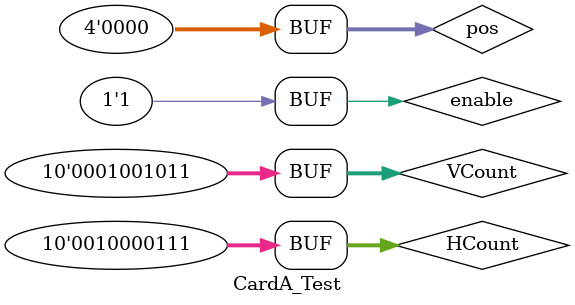
<source format=v>
`timescale 1ns / 1ps


module CardA_Test;

	// Inputs
	reg [3:0] pos;
	reg enable;
	reg [9:0] HCount;
	reg [9:0] VCount;

	// Outputs
	wire cardon;
	wire [2:0] rgb;

	// Instantiate the Unit Under Test (UUT)
	CardA uut (
		.pos(pos), 
		.enable(enable), 
		.HCount(HCount), 
		.VCount(VCount), 
		.cardon(cardon), 
		.rgb(rgb)
	);

	initial begin
		// Initialize Inputs
		pos = 0;
		enable = 0;
		HCount = 0;
		VCount = 0;

		// Wait 100 ns for global reset to finish
		#100;
        
		// Add stimulus here
		#10;
		pos = 0;
		enable = 0;
		HCount = 135;
		VCount = 75;
		
		#50;
		pos = 0;
		enable = 1;
		HCount = 135;
		VCount = 75;
	end
      
endmodule


</source>
